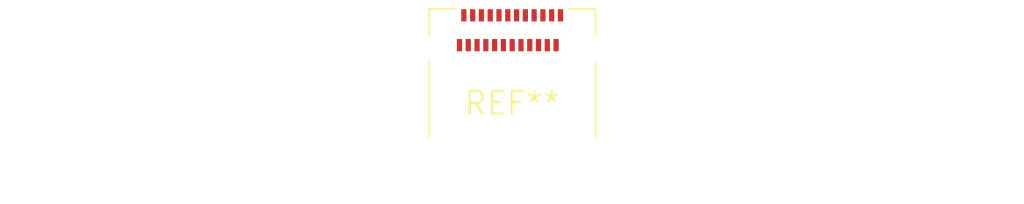
<source format=kicad_pcb>
(kicad_pcb (version 20240108) (generator pcbnew)
  (layers (0 "F.Cu" signal) (31 "B.Cu" signal) (34 "B.Paste" user) (35 "F.Paste" user) (36 "B.SilkS" user "B.Silkscreen") (37 "F.SilkS" user "F.Silkscreen") (38 "B.Mask" user) (39 "F.Mask" user) (44 "Edge.Cuts" user))
  (net 0 "")
  (footprint "USB_C_Receptacle_Amphenol_12401610E4-2A_CircularHoles" (layer "F.Cu") (at 0 0)
    (property "Reference" "REF**")
    (property "Value" "USB_C_Receptacle_Amphenol_12401610E4-2A_CircularHoles")
    (fp_line (start -4.75 -5.37) (end -4.75 -3.85) (layer "F.SilkS") (stroke (width 0.12)))
    (fp_line (start -4.75 -5.37) (end -3.25 -5.37) (layer "F.SilkS") (stroke (width 0.12)))
    (fp_line (start -4.75 -2.35) (end -4.75 1.89) (layer "F.SilkS") (stroke (width 0.12)))
    (fp_line (start 3.25 -5.37) (end 4.75 -5.37) (layer "F.SilkS") (stroke (width 0.12)))
    (fp_line (start 4.75 -5.37) (end 4.75 -3.85) (layer "F.SilkS") (stroke (width 0.12)))
    (fp_line (start 4.75 -2.35) (end 4.75 1.89) (layer "F.SilkS") (stroke (width 0.12)))
    (pad "" np_thru_hole circle (at -3.6 -4.36) (size 0.65 0.65) (drill 0.65) (layers *.Cu *.Mask))
    (pad "" np_thru_hole circle (at 3.6 -4.36) (size 0.95 0.95) (drill 0.95) (layers *.Cu *.Mask))
    (pad "A1" smd rect (at -2.75 -5.02) (size 0.3 0.7) (layers "F.Cu" "F.Paste" "F.Mask"))
    (pad "A2" smd rect (at -2.25 -5.02) (size 0.3 0.7) (layers "F.Cu" "F.Paste" "F.Mask"))
    (pad "A3" smd rect (at -1.75 -5.02) (size 0.3 0.7) (layers "F.Cu" "F.Paste" "F.Mask"))
    (pad "A4" smd rect (at -1.25 -5.02) (size 0.3 0.7) (layers "F.Cu" "F.Paste" "F.Mask"))
    (pad "A5" smd rect (at -0.75 -5.02) (size 0.3 0.7) (layers "F.Cu" "F.Paste" "F.Mask"))
    (pad "A6" smd rect (at -0.25 -5.02) (size 0.3 0.7) (layers "F.Cu" "F.Paste" "F.Mask"))
    (pad "A7" smd rect (at 0.25 -5.02) (size 0.3 0.7) (layers "F.Cu" "F.Paste" "F.Mask"))
    (pad "A8" smd rect (at 0.75 -5.02) (size 0.3 0.7) (layers "F.Cu" "F.Paste" "F.Mask"))
    (pad "A9" smd rect (at 1.25 -5.02) (size 0.3 0.7) (layers "F.Cu" "F.Paste" "F.Mask"))
    (pad "A10" smd rect (at 1.75 -5.02) (size 0.3 0.7) (layers "F.Cu" "F.Paste" "F.Mask"))
    (pad "A11" smd rect (at 2.25 -5.02) (size 0.3 0.7) (layers "F.Cu" "F.Paste" "F.Mask"))
    (pad "A12" smd rect (at 2.75 -5.02) (size 0.3 0.7) (layers "F.Cu" "F.Paste" "F.Mask"))
    (pad "B1" smd rect (at 2.5 -3.32) (size 0.3 0.7) (layers "F.Cu" "F.Paste" "F.Mask"))
    (pad "B2" smd rect (at 2 -3.32) (size 0.3 0.7) (layers "F.Cu" "F.Paste" "F.Mask"))
    (pad "B3" smd rect (at 1.5 -3.32) (size 0.3 0.7) (layers "F.Cu" "F.Paste" "F.Mask"))
    (pad "B4" smd rect (at 1 -3.32) (size 0.3 0.7) (layers "F.Cu" "F.Paste" "F.Mask"))
    (pad "B5" smd rect (at 0.5 -3.32) (size 0.3 0.7) (layers "F.Cu" "F.Paste" "F.Mask"))
    (pad "B6" smd rect (at 0 -3.32) (size 0.3 0.7) (layers "F.Cu" "F.Paste" "F.Mask"))
    (pad "B7" smd rect (at -0.5 -3.32) (size 0.3 0.7) (layers "F.Cu" "F.Paste" "F.Mask"))
    (pad "B8" smd rect (at -1 -3.32) (size 0.3 0.7) (layers "F.Cu" "F.Paste" "F.Mask"))
    (pad "B9" smd rect (at -1.5 -3.32) (size 0.3 0.7) (layers "F.Cu" "F.Paste" "F.Mask"))
    (pad "B10" smd rect (at -2 -3.32) (size 0.3 0.7) (layers "F.Cu" "F.Paste" "F.Mask"))
    (pad "B11" smd rect (at -2.5 -3.32) (size 0.3 0.7) (layers "F.Cu" "F.Paste" "F.Mask"))
    (pad "B12" smd rect (at -3 -3.32) (size 0.3 0.7) (layers "F.Cu" "F.Paste" "F.Mask"))
    (pad "S1" thru_hole circle (at -4.49 2.84) (size 1.4 1.4) (drill 1.1) (layers *.Cu *.Mask) (remove_unused_layers))
    (pad "S1" thru_hole circle (at -4.13 -3.11) (size 1.4 1.4) (drill 1.1) (layers *.Cu *.Mask) (remove_unused_layers))
    (pad "S1" thru_hole circle (at 4.13 -3.11) (size 1.4 1.4) (drill 1.1) (layers *.Cu *.Mask) (remove_unused_layers))
    (pad "S1" thru_hole circle (at 4.49 2.84) (size 1.4 1.4) (drill 1.1) (layers *.Cu *.Mask) (remove_unused_layers))
  )
)
</source>
